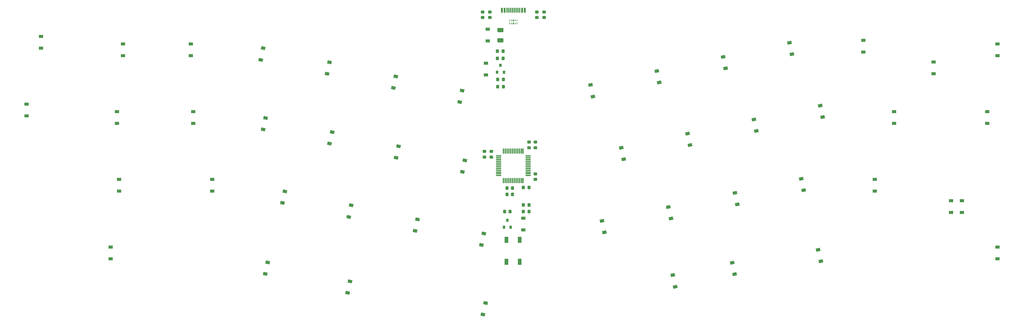
<source format=gbr>
%TF.GenerationSoftware,KiCad,Pcbnew,(6.0.11-0)*%
%TF.CreationDate,2023-07-09T00:15:19+09:00*%
%TF.ProjectId,Vision,56697369-6f6e-42e6-9b69-6361645f7063,rev?*%
%TF.SameCoordinates,Original*%
%TF.FileFunction,Paste,Bot*%
%TF.FilePolarity,Positive*%
%FSLAX46Y46*%
G04 Gerber Fmt 4.6, Leading zero omitted, Abs format (unit mm)*
G04 Created by KiCad (PCBNEW (6.0.11-0)) date 2023-07-09 00:15:19*
%MOMM*%
%LPD*%
G01*
G04 APERTURE LIST*
G04 Aperture macros list*
%AMRoundRect*
0 Rectangle with rounded corners*
0 $1 Rounding radius*
0 $2 $3 $4 $5 $6 $7 $8 $9 X,Y pos of 4 corners*
0 Add a 4 corners polygon primitive as box body*
4,1,4,$2,$3,$4,$5,$6,$7,$8,$9,$2,$3,0*
0 Add four circle primitives for the rounded corners*
1,1,$1+$1,$2,$3*
1,1,$1+$1,$4,$5*
1,1,$1+$1,$6,$7*
1,1,$1+$1,$8,$9*
0 Add four rect primitives between the rounded corners*
20,1,$1+$1,$2,$3,$4,$5,0*
20,1,$1+$1,$4,$5,$6,$7,0*
20,1,$1+$1,$6,$7,$8,$9,0*
20,1,$1+$1,$8,$9,$2,$3,0*%
%AMRotRect*
0 Rectangle, with rotation*
0 The origin of the aperture is its center*
0 $1 length*
0 $2 width*
0 $3 Rotation angle, in degrees counterclockwise*
0 Add horizontal line*
21,1,$1,$2,0,0,$3*%
G04 Aperture macros list end*
%ADD10R,1.200000X0.900000*%
%ADD11RotRect,0.900000X1.200000X78.000000*%
%ADD12RotRect,0.900000X1.200000X102.000000*%
%ADD13RoundRect,0.250000X0.625000X-0.375000X0.625000X0.375000X-0.625000X0.375000X-0.625000X-0.375000X0*%
%ADD14RoundRect,0.218750X0.218750X0.256250X-0.218750X0.256250X-0.218750X-0.256250X0.218750X-0.256250X0*%
%ADD15R,0.600000X1.450000*%
%ADD16R,0.300000X1.450000*%
%ADD17RoundRect,0.218750X-0.218750X-0.256250X0.218750X-0.256250X0.218750X0.256250X-0.218750X0.256250X0*%
%ADD18RoundRect,0.218750X-0.256250X0.218750X-0.256250X-0.218750X0.256250X-0.218750X0.256250X0.218750X0*%
%ADD19RoundRect,0.218750X0.256250X-0.218750X0.256250X0.218750X-0.256250X0.218750X-0.256250X-0.218750X0*%
%ADD20R,0.800000X0.900000*%
%ADD21RoundRect,0.050000X0.050000X-0.232500X0.050000X0.232500X-0.050000X0.232500X-0.050000X-0.232500X0*%
%ADD22RoundRect,0.100000X0.100000X-0.182500X0.100000X0.182500X-0.100000X0.182500X-0.100000X-0.182500X0*%
%ADD23R,1.100000X1.800000*%
%ADD24RoundRect,0.075000X0.075000X-0.662500X0.075000X0.662500X-0.075000X0.662500X-0.075000X-0.662500X0*%
%ADD25RoundRect,0.075000X0.662500X-0.075000X0.662500X0.075000X-0.662500X0.075000X-0.662500X-0.075000X0*%
G04 APERTURE END LIST*
D10*
%TO.C,D16*%
X98673751Y-119590592D03*
X98673751Y-116290592D03*
%TD*%
%TO.C,D17*%
X120105001Y-119590593D03*
X120105001Y-116290593D03*
%TD*%
D11*
%TO.C,D18*%
X139764333Y-121289006D03*
X140450441Y-118061118D03*
%TD*%
%TO.C,D19*%
X158398045Y-125249724D03*
X159084153Y-122021836D03*
%TD*%
%TO.C,D20*%
X177031756Y-129210442D03*
X177717864Y-125982554D03*
%TD*%
%TO.C,D21*%
X195665469Y-133171159D03*
X196351577Y-129943271D03*
%TD*%
D12*
%TO.C,D22*%
X240973041Y-129636661D03*
X240286933Y-126408773D03*
%TD*%
%TO.C,D23*%
X259606753Y-125675944D03*
X258920645Y-122448056D03*
%TD*%
%TO.C,D24*%
X278240465Y-121715226D03*
X277554357Y-118487338D03*
%TD*%
%TO.C,D25*%
X296874176Y-117754509D03*
X296188068Y-114526621D03*
%TD*%
D10*
%TO.C,D26*%
X316905001Y-119590592D03*
X316905001Y-116290592D03*
%TD*%
%TO.C,D27*%
X343098751Y-119590593D03*
X343098751Y-116290593D03*
%TD*%
D11*
%TO.C,D31*%
X163748045Y-145859723D03*
X164434153Y-142631835D03*
%TD*%
%TO.C,D32*%
X182381757Y-149820441D03*
X183067865Y-146592553D03*
%TD*%
%TO.C,D33*%
X201015469Y-153781159D03*
X201701577Y-150553271D03*
%TD*%
D12*
%TO.C,D34*%
X235613041Y-150246661D03*
X234926933Y-147018773D03*
%TD*%
%TO.C,D35*%
X254246753Y-146285943D03*
X253560645Y-143058055D03*
%TD*%
%TO.C,D36*%
X272880465Y-142325225D03*
X272194357Y-139097337D03*
%TD*%
%TO.C,D37*%
X291514177Y-138364507D03*
X290828069Y-135136619D03*
%TD*%
D10*
%TO.C,D38*%
X311545001Y-138640592D03*
X311545001Y-135340592D03*
%TD*%
%TO.C,D39*%
X332976251Y-144640592D03*
X332976251Y-141340592D03*
%TD*%
D11*
%TO.C,D42*%
X140304334Y-161889006D03*
X140990442Y-158661118D03*
%TD*%
D13*
%TO.C,F1*%
X206335002Y-96150593D03*
X206335002Y-93350593D03*
%TD*%
D14*
%TO.C,R1*%
X207122503Y-99250593D03*
X205547503Y-99250593D03*
%TD*%
D15*
%TO.C,USB1*%
X206775000Y-87695000D03*
X207550000Y-87695000D03*
D16*
X208250000Y-87695000D03*
X208750000Y-87695000D03*
X209250000Y-87695000D03*
X209750000Y-87695000D03*
X210250000Y-87695000D03*
X210750000Y-87695000D03*
X211250000Y-87695000D03*
X211750000Y-87695000D03*
D15*
X212450000Y-87695000D03*
X213225000Y-87695000D03*
%TD*%
D10*
%TO.C,D41*%
X96880001Y-157690592D03*
X96880001Y-154390592D03*
%TD*%
D17*
%TO.C,C1*%
X205547502Y-101250593D03*
X207122502Y-101250593D03*
%TD*%
D14*
%TO.C,C5*%
X209087500Y-144400000D03*
X207512500Y-144400000D03*
%TD*%
D17*
%TO.C,C10*%
X208212500Y-139500000D03*
X209787500Y-139500000D03*
%TD*%
D18*
%TO.C,C11*%
X201835002Y-127463093D03*
X201835002Y-129038093D03*
%TD*%
D19*
%TO.C,C12*%
X216200000Y-126387500D03*
X216200000Y-124812500D03*
%TD*%
D20*
%TO.C,Q1*%
X209250000Y-148800000D03*
X207350000Y-148800000D03*
X208300000Y-146800000D03*
%TD*%
D14*
%TO.C,R2*%
X207187500Y-109200000D03*
X205612500Y-109200000D03*
%TD*%
D21*
%TO.C,U3*%
X211000000Y-91456573D03*
X210500000Y-91456573D03*
D22*
X210000000Y-91456573D03*
D21*
X209500000Y-91456573D03*
X209000000Y-91456573D03*
X209000000Y-90621573D03*
X209500000Y-90621573D03*
D22*
X210000000Y-90621573D03*
D21*
X210500000Y-90621573D03*
X211000000Y-90621573D03*
%TD*%
D17*
%TO.C,C2*%
X205612500Y-107200000D03*
X207187500Y-107200000D03*
%TD*%
D14*
%TO.C,C4*%
X214387500Y-144400000D03*
X212812500Y-144400000D03*
%TD*%
D17*
%TO.C,C6*%
X208212500Y-137750000D03*
X209787500Y-137750000D03*
%TD*%
D18*
%TO.C,C7*%
X203835003Y-127463093D03*
X203835003Y-129038093D03*
%TD*%
D10*
%TO.C,D2*%
X100355001Y-100540593D03*
X100355001Y-97240593D03*
%TD*%
%TO.C,D3*%
X119405000Y-100540592D03*
X119405000Y-97240592D03*
%TD*%
D11*
%TO.C,D4*%
X139064334Y-101659006D03*
X139750442Y-98431118D03*
%TD*%
%TO.C,D5*%
X157698045Y-105619724D03*
X158384153Y-102391836D03*
%TD*%
%TO.C,D6*%
X176331757Y-109580442D03*
X177017865Y-106352554D03*
%TD*%
%TO.C,D7*%
X194965469Y-113541160D03*
X195651577Y-110313272D03*
%TD*%
D12*
%TO.C,D8*%
X232353041Y-111986662D03*
X231666933Y-108758774D03*
%TD*%
%TO.C,D9*%
X250986753Y-108025944D03*
X250300645Y-104798056D03*
%TD*%
%TO.C,D10*%
X269620465Y-104065227D03*
X268934357Y-100837339D03*
%TD*%
%TO.C,D11*%
X288254177Y-100104509D03*
X287568069Y-96876621D03*
%TD*%
D10*
%TO.C,D12*%
X308285001Y-99480593D03*
X308285001Y-96180593D03*
%TD*%
%TO.C,D13*%
X328000000Y-105600000D03*
X328000000Y-102300000D03*
%TD*%
%TO.C,D14*%
X345965001Y-100540593D03*
X345965001Y-97240593D03*
%TD*%
%TO.C,D15*%
X73265001Y-117450593D03*
X73265001Y-114150593D03*
%TD*%
%TO.C,D28*%
X99261251Y-138640592D03*
X99261251Y-135340592D03*
%TD*%
%TO.C,D29*%
X125455000Y-138640592D03*
X125455000Y-135340592D03*
%TD*%
D11*
%TO.C,D30*%
X145114333Y-141899007D03*
X145800441Y-138671119D03*
%TD*%
%TO.C,D43*%
X163456946Y-167213944D03*
X164143054Y-163986056D03*
%TD*%
D23*
%TO.C,SW1*%
X208050000Y-158500000D03*
X208050000Y-152300000D03*
X211750000Y-152300000D03*
X211750000Y-158500000D03*
%TD*%
D20*
%TO.C,U1*%
X207350000Y-105200000D03*
X205450000Y-105200000D03*
X206400000Y-103200000D03*
%TD*%
D19*
%TO.C,R4*%
X216600000Y-89787500D03*
X216600000Y-88212500D03*
%TD*%
D18*
%TO.C,R5*%
X201400000Y-88212500D03*
X201400000Y-89787500D03*
%TD*%
D17*
%TO.C,R6*%
X212812500Y-142500000D03*
X214387500Y-142500000D03*
%TD*%
D10*
%TO.C,D1*%
X77335002Y-98400593D03*
X77335002Y-95100593D03*
%TD*%
%TO.C,D49*%
X202335002Y-102600593D03*
X202335002Y-105900593D03*
%TD*%
D11*
%TO.C,D44*%
X201493355Y-173358325D03*
X202179463Y-170130437D03*
%TD*%
D12*
%TO.C,D46*%
X272182754Y-161949115D03*
X271496646Y-158721227D03*
%TD*%
%TO.C,D47*%
X296324177Y-158354507D03*
X295638069Y-155126619D03*
%TD*%
%TO.C,D45*%
X255491845Y-165496878D03*
X254805737Y-162268990D03*
%TD*%
D10*
%TO.C,D50*%
X202835002Y-96400592D03*
X202835002Y-93100592D03*
%TD*%
%TO.C,D48*%
X345964500Y-157690592D03*
X345964500Y-154390592D03*
%TD*%
D19*
%TO.C,C3*%
X218600000Y-89787500D03*
X218600000Y-88212500D03*
%TD*%
%TO.C,C8*%
X214400000Y-126387500D03*
X214400000Y-124812500D03*
%TD*%
D18*
%TO.C,R3*%
X203399999Y-88212500D03*
X203399999Y-89787500D03*
%TD*%
D17*
%TO.C,C13*%
X212812500Y-137600000D03*
X214387500Y-137600000D03*
%TD*%
D19*
%TO.C,C9*%
X216200000Y-135337500D03*
X216200000Y-133762500D03*
%TD*%
D10*
%TO.C,D40*%
X336000000Y-144640592D03*
X336000000Y-141340592D03*
%TD*%
D24*
%TO.C,U2*%
X212750001Y-135653613D03*
X212250001Y-135653613D03*
X211750001Y-135653613D03*
X211250001Y-135653613D03*
X210750001Y-135653613D03*
X210250001Y-135653613D03*
X209750001Y-135653613D03*
X209250001Y-135653613D03*
X208750001Y-135653613D03*
X208250001Y-135653613D03*
X207750001Y-135653613D03*
X207250001Y-135653613D03*
D25*
X205837501Y-134241113D03*
X205837501Y-133741113D03*
X205837501Y-133241113D03*
X205837501Y-132741113D03*
X205837501Y-132241113D03*
X205837501Y-131741113D03*
X205837501Y-131241113D03*
X205837501Y-130741113D03*
X205837501Y-130241113D03*
X205837501Y-129741113D03*
X205837501Y-129241113D03*
X205837501Y-128741113D03*
D24*
X207250001Y-127328613D03*
X207750001Y-127328613D03*
X208250001Y-127328613D03*
X208750001Y-127328613D03*
X209250001Y-127328613D03*
X209750001Y-127328613D03*
X210250001Y-127328613D03*
X210750001Y-127328613D03*
X211250001Y-127328613D03*
X211750001Y-127328613D03*
X212250001Y-127328613D03*
X212750001Y-127328613D03*
D25*
X214162501Y-128741113D03*
X214162501Y-129241113D03*
X214162501Y-129741113D03*
X214162501Y-130241113D03*
X214162501Y-130741113D03*
X214162501Y-131241113D03*
X214162501Y-131741113D03*
X214162501Y-132241113D03*
X214162501Y-132741113D03*
X214162501Y-133241113D03*
X214162501Y-133741113D03*
X214162501Y-134241113D03*
%TD*%
D10*
%TO.C,D51*%
X212800001Y-146250000D03*
X212800001Y-149550000D03*
%TD*%
M02*

</source>
